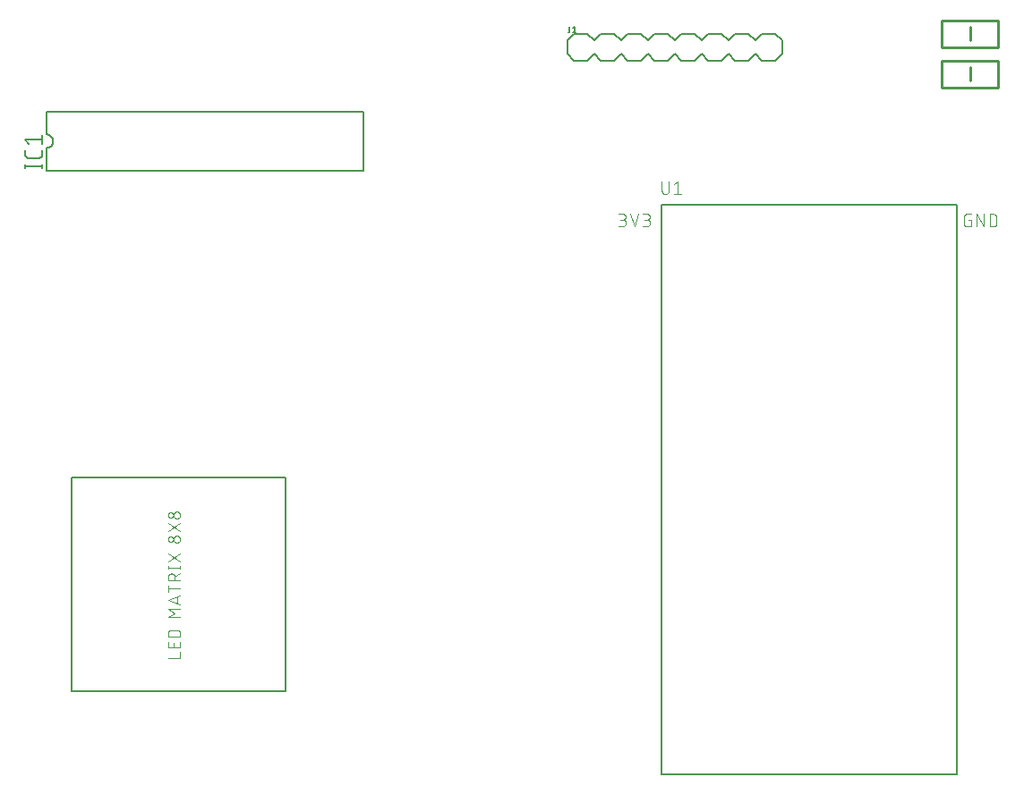
<source format=gbr>
G04 EAGLE Gerber RS-274X export*
G75*
%MOMM*%
%FSLAX34Y34*%
%LPD*%
%INSilkscreen Top*%
%IPPOS*%
%AMOC8*
5,1,8,0,0,1.08239X$1,22.5*%
G01*
%ADD10C,0.152400*%
%ADD11C,0.177800*%
%ADD12C,0.203200*%
%ADD13C,0.127000*%
%ADD14C,0.101600*%
%ADD15C,0.254000*%


D10*
X78740Y603250D02*
X78740Y581660D01*
X78740Y603250D02*
X78898Y603252D01*
X79057Y603258D01*
X79215Y603268D01*
X79372Y603282D01*
X79530Y603299D01*
X79686Y603321D01*
X79843Y603346D01*
X79998Y603376D01*
X80153Y603409D01*
X80307Y603446D01*
X80460Y603487D01*
X80612Y603532D01*
X80762Y603581D01*
X80912Y603633D01*
X81060Y603689D01*
X81207Y603749D01*
X81352Y603812D01*
X81495Y603879D01*
X81637Y603949D01*
X81777Y604023D01*
X81915Y604101D01*
X82051Y604182D01*
X82185Y604266D01*
X82317Y604353D01*
X82447Y604444D01*
X82574Y604538D01*
X82699Y604635D01*
X82822Y604736D01*
X82942Y604839D01*
X83059Y604945D01*
X83174Y605054D01*
X83286Y605166D01*
X83395Y605281D01*
X83501Y605398D01*
X83604Y605518D01*
X83705Y605641D01*
X83802Y605766D01*
X83896Y605893D01*
X83987Y606023D01*
X84074Y606155D01*
X84158Y606289D01*
X84239Y606425D01*
X84317Y606563D01*
X84391Y606703D01*
X84461Y606845D01*
X84528Y606988D01*
X84591Y607133D01*
X84651Y607280D01*
X84707Y607428D01*
X84759Y607578D01*
X84808Y607728D01*
X84853Y607880D01*
X84894Y608033D01*
X84931Y608187D01*
X84964Y608342D01*
X84994Y608497D01*
X85019Y608654D01*
X85041Y608810D01*
X85058Y608968D01*
X85072Y609125D01*
X85082Y609283D01*
X85088Y609442D01*
X85090Y609600D01*
X85088Y609758D01*
X85082Y609917D01*
X85072Y610075D01*
X85058Y610232D01*
X85041Y610390D01*
X85019Y610546D01*
X84994Y610703D01*
X84964Y610858D01*
X84931Y611013D01*
X84894Y611167D01*
X84853Y611320D01*
X84808Y611472D01*
X84759Y611622D01*
X84707Y611772D01*
X84651Y611920D01*
X84591Y612067D01*
X84528Y612212D01*
X84461Y612355D01*
X84391Y612497D01*
X84317Y612637D01*
X84239Y612775D01*
X84158Y612911D01*
X84074Y613045D01*
X83987Y613177D01*
X83896Y613307D01*
X83802Y613434D01*
X83705Y613559D01*
X83604Y613682D01*
X83501Y613802D01*
X83395Y613919D01*
X83286Y614034D01*
X83174Y614146D01*
X83059Y614255D01*
X82942Y614361D01*
X82822Y614464D01*
X82699Y614565D01*
X82574Y614662D01*
X82447Y614756D01*
X82317Y614847D01*
X82185Y614934D01*
X82051Y615018D01*
X81915Y615099D01*
X81777Y615177D01*
X81637Y615251D01*
X81495Y615321D01*
X81352Y615388D01*
X81207Y615451D01*
X81060Y615511D01*
X80912Y615567D01*
X80762Y615619D01*
X80612Y615668D01*
X80460Y615713D01*
X80307Y615754D01*
X80153Y615791D01*
X79998Y615824D01*
X79843Y615854D01*
X79686Y615879D01*
X79530Y615901D01*
X79372Y615918D01*
X79215Y615932D01*
X79057Y615942D01*
X78898Y615948D01*
X78740Y615950D01*
X378460Y637540D02*
X378460Y581660D01*
X78740Y581660D01*
X78740Y637540D02*
X378460Y637540D01*
X78740Y637540D02*
X78740Y615950D01*
D11*
X74803Y585597D02*
X58801Y585597D01*
X74803Y583819D02*
X74803Y587375D01*
X58801Y587375D02*
X58801Y583819D01*
X74803Y597169D02*
X74803Y600725D01*
X74803Y597169D02*
X74801Y597053D01*
X74795Y596936D01*
X74786Y596820D01*
X74773Y596705D01*
X74756Y596590D01*
X74735Y596475D01*
X74710Y596362D01*
X74682Y596249D01*
X74650Y596137D01*
X74614Y596026D01*
X74575Y595916D01*
X74532Y595808D01*
X74486Y595701D01*
X74436Y595596D01*
X74383Y595493D01*
X74327Y595391D01*
X74267Y595291D01*
X74204Y595193D01*
X74137Y595098D01*
X74068Y595004D01*
X73996Y594913D01*
X73921Y594824D01*
X73842Y594738D01*
X73761Y594655D01*
X73678Y594574D01*
X73592Y594495D01*
X73503Y594420D01*
X73412Y594348D01*
X73318Y594279D01*
X73223Y594212D01*
X73125Y594149D01*
X73025Y594089D01*
X72923Y594033D01*
X72820Y593980D01*
X72715Y593930D01*
X72608Y593884D01*
X72500Y593841D01*
X72390Y593802D01*
X72279Y593766D01*
X72167Y593734D01*
X72054Y593706D01*
X71941Y593681D01*
X71826Y593660D01*
X71711Y593643D01*
X71596Y593630D01*
X71480Y593621D01*
X71363Y593615D01*
X71247Y593613D01*
X62357Y593613D01*
X62241Y593615D01*
X62124Y593621D01*
X62008Y593630D01*
X61893Y593643D01*
X61778Y593660D01*
X61663Y593681D01*
X61550Y593706D01*
X61437Y593734D01*
X61325Y593766D01*
X61214Y593802D01*
X61104Y593841D01*
X60996Y593884D01*
X60889Y593930D01*
X60784Y593980D01*
X60681Y594033D01*
X60579Y594089D01*
X60479Y594149D01*
X60381Y594212D01*
X60286Y594279D01*
X60192Y594348D01*
X60101Y594420D01*
X60012Y594495D01*
X59926Y594574D01*
X59843Y594655D01*
X59762Y594738D01*
X59683Y594824D01*
X59608Y594913D01*
X59536Y595004D01*
X59467Y595098D01*
X59400Y595193D01*
X59337Y595291D01*
X59277Y595391D01*
X59221Y595493D01*
X59168Y595596D01*
X59118Y595701D01*
X59072Y595808D01*
X59029Y595916D01*
X58990Y596026D01*
X58954Y596137D01*
X58922Y596249D01*
X58894Y596362D01*
X58869Y596475D01*
X58848Y596590D01*
X58831Y596705D01*
X58818Y596820D01*
X58809Y596936D01*
X58803Y597053D01*
X58801Y597169D01*
X58801Y600725D01*
X62357Y606683D02*
X58801Y611128D01*
X74803Y611128D01*
X74803Y606683D02*
X74803Y615573D01*
D12*
X730250Y711200D02*
X742950Y711200D01*
X749300Y704850D01*
X749300Y692150D02*
X742950Y685800D01*
X704850Y711200D02*
X698500Y704850D01*
X704850Y711200D02*
X717550Y711200D01*
X723900Y704850D01*
X723900Y692150D02*
X717550Y685800D01*
X704850Y685800D01*
X698500Y692150D01*
X723900Y704850D02*
X730250Y711200D01*
X723900Y692150D02*
X730250Y685800D01*
X742950Y685800D01*
X666750Y711200D02*
X654050Y711200D01*
X666750Y711200D02*
X673100Y704850D01*
X673100Y692150D02*
X666750Y685800D01*
X673100Y704850D02*
X679450Y711200D01*
X692150Y711200D01*
X698500Y704850D01*
X698500Y692150D02*
X692150Y685800D01*
X679450Y685800D01*
X673100Y692150D01*
X628650Y711200D02*
X622300Y704850D01*
X628650Y711200D02*
X641350Y711200D01*
X647700Y704850D01*
X647700Y692150D02*
X641350Y685800D01*
X628650Y685800D01*
X622300Y692150D01*
X647700Y704850D02*
X654050Y711200D01*
X647700Y692150D02*
X654050Y685800D01*
X666750Y685800D01*
X590550Y711200D02*
X577850Y711200D01*
X590550Y711200D02*
X596900Y704850D01*
X596900Y692150D02*
X590550Y685800D01*
X596900Y704850D02*
X603250Y711200D01*
X615950Y711200D01*
X622300Y704850D01*
X622300Y692150D02*
X615950Y685800D01*
X603250Y685800D01*
X596900Y692150D01*
X571500Y692150D02*
X571500Y704850D01*
X577850Y711200D01*
X571500Y692150D02*
X577850Y685800D01*
X590550Y685800D01*
X755650Y711200D02*
X768350Y711200D01*
X774700Y704850D01*
X774700Y692150D01*
X768350Y685800D01*
X749300Y704850D02*
X755650Y711200D01*
X749300Y692150D02*
X755650Y685800D01*
X768350Y685800D01*
D13*
X573744Y714177D02*
X573744Y717931D01*
X573743Y714177D02*
X573741Y714112D01*
X573735Y714048D01*
X573725Y713984D01*
X573712Y713920D01*
X573694Y713858D01*
X573673Y713797D01*
X573649Y713737D01*
X573620Y713679D01*
X573588Y713622D01*
X573553Y713568D01*
X573515Y713516D01*
X573473Y713466D01*
X573429Y713419D01*
X573382Y713375D01*
X573332Y713333D01*
X573280Y713295D01*
X573226Y713260D01*
X573169Y713228D01*
X573111Y713199D01*
X573051Y713175D01*
X572990Y713154D01*
X572928Y713136D01*
X572864Y713123D01*
X572800Y713113D01*
X572736Y713107D01*
X572671Y713105D01*
X572135Y713105D01*
X576692Y716859D02*
X578032Y717931D01*
X578032Y713105D01*
X576692Y713105D02*
X579373Y713105D01*
X304800Y290900D02*
X304800Y88900D01*
X304800Y290900D02*
X102800Y290900D01*
X102800Y88900D01*
X304800Y88900D01*
D14*
X205292Y120408D02*
X193608Y120408D01*
X205292Y120408D02*
X205292Y125601D01*
X205292Y130314D02*
X205292Y135507D01*
X205292Y130314D02*
X193608Y130314D01*
X193608Y135507D01*
X198801Y134209D02*
X198801Y130314D01*
X193608Y140197D02*
X205292Y140197D01*
X193608Y140197D02*
X193608Y143443D01*
X193610Y143556D01*
X193616Y143669D01*
X193626Y143782D01*
X193640Y143895D01*
X193657Y144007D01*
X193679Y144118D01*
X193704Y144228D01*
X193734Y144338D01*
X193767Y144446D01*
X193804Y144553D01*
X193844Y144659D01*
X193889Y144763D01*
X193937Y144866D01*
X193988Y144967D01*
X194043Y145066D01*
X194101Y145163D01*
X194163Y145258D01*
X194228Y145351D01*
X194296Y145441D01*
X194367Y145529D01*
X194442Y145615D01*
X194519Y145698D01*
X194599Y145778D01*
X194682Y145855D01*
X194768Y145930D01*
X194856Y146001D01*
X194946Y146069D01*
X195039Y146134D01*
X195134Y146196D01*
X195231Y146254D01*
X195330Y146309D01*
X195431Y146360D01*
X195534Y146408D01*
X195638Y146453D01*
X195744Y146493D01*
X195851Y146530D01*
X195959Y146563D01*
X196069Y146593D01*
X196179Y146618D01*
X196290Y146640D01*
X196402Y146657D01*
X196515Y146671D01*
X196628Y146681D01*
X196741Y146687D01*
X196854Y146689D01*
X202046Y146689D01*
X202159Y146687D01*
X202272Y146681D01*
X202385Y146671D01*
X202498Y146657D01*
X202610Y146640D01*
X202721Y146618D01*
X202831Y146593D01*
X202941Y146563D01*
X203049Y146530D01*
X203156Y146493D01*
X203262Y146453D01*
X203366Y146408D01*
X203469Y146360D01*
X203570Y146309D01*
X203669Y146254D01*
X203766Y146196D01*
X203861Y146134D01*
X203954Y146069D01*
X204044Y146001D01*
X204132Y145930D01*
X204218Y145855D01*
X204301Y145778D01*
X204381Y145698D01*
X204458Y145615D01*
X204533Y145529D01*
X204604Y145441D01*
X204672Y145351D01*
X204737Y145258D01*
X204799Y145163D01*
X204857Y145066D01*
X204912Y144967D01*
X204963Y144866D01*
X205011Y144763D01*
X205056Y144659D01*
X205096Y144553D01*
X205133Y144446D01*
X205166Y144338D01*
X205196Y144228D01*
X205221Y144118D01*
X205243Y144007D01*
X205260Y143895D01*
X205274Y143782D01*
X205284Y143669D01*
X205290Y143556D01*
X205292Y143443D01*
X205292Y140197D01*
X205292Y158598D02*
X193608Y158598D01*
X200099Y162493D01*
X193608Y166388D01*
X205292Y166388D01*
X205292Y171171D02*
X193608Y175066D01*
X205292Y178961D01*
X202371Y177987D02*
X202371Y172145D01*
X205292Y185734D02*
X193608Y185734D01*
X193608Y188979D02*
X193608Y182488D01*
X193608Y193611D02*
X205292Y193611D01*
X193608Y193611D02*
X193608Y196857D01*
X193610Y196970D01*
X193616Y197083D01*
X193626Y197196D01*
X193640Y197309D01*
X193657Y197421D01*
X193679Y197532D01*
X193704Y197642D01*
X193734Y197752D01*
X193767Y197860D01*
X193804Y197967D01*
X193844Y198073D01*
X193889Y198177D01*
X193937Y198280D01*
X193988Y198381D01*
X194043Y198480D01*
X194101Y198577D01*
X194163Y198672D01*
X194228Y198765D01*
X194296Y198855D01*
X194367Y198943D01*
X194442Y199029D01*
X194519Y199112D01*
X194599Y199192D01*
X194682Y199269D01*
X194768Y199344D01*
X194856Y199415D01*
X194946Y199483D01*
X195039Y199548D01*
X195134Y199610D01*
X195231Y199668D01*
X195330Y199723D01*
X195431Y199774D01*
X195534Y199822D01*
X195638Y199867D01*
X195744Y199907D01*
X195851Y199944D01*
X195959Y199977D01*
X196069Y200007D01*
X196179Y200032D01*
X196290Y200054D01*
X196402Y200071D01*
X196515Y200085D01*
X196628Y200095D01*
X196741Y200101D01*
X196854Y200103D01*
X196967Y200101D01*
X197080Y200095D01*
X197193Y200085D01*
X197306Y200071D01*
X197418Y200054D01*
X197529Y200032D01*
X197639Y200007D01*
X197749Y199977D01*
X197857Y199944D01*
X197964Y199907D01*
X198070Y199867D01*
X198174Y199822D01*
X198277Y199774D01*
X198378Y199723D01*
X198477Y199668D01*
X198574Y199610D01*
X198669Y199548D01*
X198762Y199483D01*
X198852Y199415D01*
X198940Y199344D01*
X199026Y199269D01*
X199109Y199192D01*
X199189Y199112D01*
X199266Y199029D01*
X199341Y198943D01*
X199412Y198855D01*
X199480Y198765D01*
X199545Y198672D01*
X199607Y198577D01*
X199665Y198480D01*
X199720Y198381D01*
X199771Y198280D01*
X199819Y198177D01*
X199864Y198073D01*
X199904Y197967D01*
X199941Y197860D01*
X199974Y197752D01*
X200004Y197642D01*
X200029Y197532D01*
X200051Y197421D01*
X200068Y197309D01*
X200082Y197196D01*
X200092Y197083D01*
X200098Y196970D01*
X200100Y196857D01*
X200099Y196857D02*
X200099Y193611D01*
X200099Y197506D02*
X205292Y200102D01*
X205292Y205927D02*
X193608Y205927D01*
X205292Y204629D02*
X205292Y207225D01*
X193608Y207225D02*
X193608Y204629D01*
X205292Y211176D02*
X193608Y218966D01*
X193608Y211176D02*
X205292Y218966D01*
X202046Y229351D02*
X201933Y229353D01*
X201820Y229359D01*
X201707Y229369D01*
X201594Y229383D01*
X201482Y229400D01*
X201371Y229422D01*
X201261Y229447D01*
X201151Y229477D01*
X201043Y229510D01*
X200936Y229547D01*
X200830Y229587D01*
X200726Y229632D01*
X200623Y229680D01*
X200522Y229731D01*
X200423Y229786D01*
X200326Y229844D01*
X200231Y229906D01*
X200138Y229971D01*
X200048Y230039D01*
X199960Y230110D01*
X199874Y230185D01*
X199791Y230262D01*
X199711Y230342D01*
X199634Y230425D01*
X199559Y230511D01*
X199488Y230599D01*
X199420Y230689D01*
X199355Y230782D01*
X199293Y230877D01*
X199235Y230974D01*
X199180Y231073D01*
X199129Y231174D01*
X199081Y231277D01*
X199036Y231381D01*
X198996Y231487D01*
X198959Y231594D01*
X198926Y231702D01*
X198896Y231812D01*
X198871Y231922D01*
X198849Y232033D01*
X198832Y232145D01*
X198818Y232258D01*
X198808Y232371D01*
X198802Y232484D01*
X198800Y232597D01*
X198802Y232710D01*
X198808Y232823D01*
X198818Y232936D01*
X198832Y233049D01*
X198849Y233161D01*
X198871Y233272D01*
X198896Y233382D01*
X198926Y233492D01*
X198959Y233600D01*
X198996Y233707D01*
X199036Y233813D01*
X199081Y233917D01*
X199129Y234020D01*
X199180Y234121D01*
X199235Y234220D01*
X199293Y234317D01*
X199355Y234412D01*
X199420Y234505D01*
X199488Y234595D01*
X199559Y234683D01*
X199634Y234769D01*
X199711Y234852D01*
X199791Y234932D01*
X199874Y235009D01*
X199960Y235084D01*
X200048Y235155D01*
X200138Y235223D01*
X200231Y235288D01*
X200326Y235350D01*
X200423Y235408D01*
X200522Y235463D01*
X200623Y235514D01*
X200726Y235562D01*
X200830Y235607D01*
X200936Y235647D01*
X201043Y235684D01*
X201151Y235717D01*
X201261Y235747D01*
X201371Y235772D01*
X201482Y235794D01*
X201594Y235811D01*
X201707Y235825D01*
X201820Y235835D01*
X201933Y235841D01*
X202046Y235843D01*
X202159Y235841D01*
X202272Y235835D01*
X202385Y235825D01*
X202498Y235811D01*
X202610Y235794D01*
X202721Y235772D01*
X202831Y235747D01*
X202941Y235717D01*
X203049Y235684D01*
X203156Y235647D01*
X203262Y235607D01*
X203366Y235562D01*
X203469Y235514D01*
X203570Y235463D01*
X203669Y235408D01*
X203766Y235350D01*
X203861Y235288D01*
X203954Y235223D01*
X204044Y235155D01*
X204132Y235084D01*
X204218Y235009D01*
X204301Y234932D01*
X204381Y234852D01*
X204458Y234769D01*
X204533Y234683D01*
X204604Y234595D01*
X204672Y234505D01*
X204737Y234412D01*
X204799Y234317D01*
X204857Y234220D01*
X204912Y234121D01*
X204963Y234020D01*
X205011Y233917D01*
X205056Y233813D01*
X205096Y233707D01*
X205133Y233600D01*
X205166Y233492D01*
X205196Y233382D01*
X205221Y233272D01*
X205243Y233161D01*
X205260Y233049D01*
X205274Y232936D01*
X205284Y232823D01*
X205290Y232710D01*
X205292Y232597D01*
X205290Y232484D01*
X205284Y232371D01*
X205274Y232258D01*
X205260Y232145D01*
X205243Y232033D01*
X205221Y231922D01*
X205196Y231812D01*
X205166Y231702D01*
X205133Y231594D01*
X205096Y231487D01*
X205056Y231381D01*
X205011Y231277D01*
X204963Y231174D01*
X204912Y231073D01*
X204857Y230974D01*
X204799Y230877D01*
X204737Y230782D01*
X204672Y230689D01*
X204604Y230599D01*
X204533Y230511D01*
X204458Y230425D01*
X204381Y230342D01*
X204301Y230262D01*
X204218Y230185D01*
X204132Y230110D01*
X204044Y230039D01*
X203954Y229971D01*
X203861Y229906D01*
X203766Y229844D01*
X203669Y229786D01*
X203570Y229731D01*
X203469Y229680D01*
X203366Y229632D01*
X203262Y229587D01*
X203156Y229547D01*
X203049Y229510D01*
X202941Y229477D01*
X202831Y229447D01*
X202721Y229422D01*
X202610Y229400D01*
X202498Y229383D01*
X202385Y229369D01*
X202272Y229359D01*
X202159Y229353D01*
X202046Y229351D01*
X196204Y230001D02*
X196103Y230003D01*
X196003Y230009D01*
X195903Y230019D01*
X195803Y230032D01*
X195704Y230050D01*
X195605Y230071D01*
X195508Y230096D01*
X195411Y230125D01*
X195316Y230158D01*
X195222Y230194D01*
X195130Y230234D01*
X195039Y230277D01*
X194950Y230324D01*
X194863Y230374D01*
X194777Y230428D01*
X194694Y230485D01*
X194614Y230545D01*
X194535Y230608D01*
X194459Y230675D01*
X194386Y230744D01*
X194316Y230816D01*
X194248Y230890D01*
X194183Y230967D01*
X194122Y231047D01*
X194063Y231129D01*
X194008Y231213D01*
X193956Y231299D01*
X193907Y231387D01*
X193862Y231477D01*
X193820Y231569D01*
X193782Y231662D01*
X193748Y231757D01*
X193717Y231852D01*
X193690Y231949D01*
X193667Y232047D01*
X193647Y232146D01*
X193632Y232246D01*
X193620Y232346D01*
X193612Y232446D01*
X193608Y232547D01*
X193608Y232647D01*
X193612Y232748D01*
X193620Y232848D01*
X193632Y232948D01*
X193647Y233048D01*
X193667Y233147D01*
X193690Y233245D01*
X193717Y233342D01*
X193748Y233437D01*
X193782Y233532D01*
X193820Y233625D01*
X193862Y233717D01*
X193907Y233807D01*
X193956Y233895D01*
X194008Y233981D01*
X194063Y234065D01*
X194122Y234147D01*
X194183Y234227D01*
X194248Y234304D01*
X194316Y234378D01*
X194386Y234450D01*
X194459Y234519D01*
X194535Y234586D01*
X194614Y234649D01*
X194694Y234709D01*
X194777Y234766D01*
X194863Y234820D01*
X194950Y234870D01*
X195039Y234917D01*
X195130Y234960D01*
X195222Y235000D01*
X195316Y235036D01*
X195411Y235069D01*
X195508Y235098D01*
X195605Y235123D01*
X195704Y235144D01*
X195803Y235162D01*
X195903Y235175D01*
X196003Y235185D01*
X196103Y235191D01*
X196204Y235193D01*
X196305Y235191D01*
X196405Y235185D01*
X196505Y235175D01*
X196605Y235162D01*
X196704Y235144D01*
X196803Y235123D01*
X196900Y235098D01*
X196997Y235069D01*
X197092Y235036D01*
X197186Y235000D01*
X197278Y234960D01*
X197369Y234917D01*
X197458Y234870D01*
X197545Y234820D01*
X197631Y234766D01*
X197714Y234709D01*
X197794Y234649D01*
X197873Y234586D01*
X197949Y234519D01*
X198022Y234450D01*
X198092Y234378D01*
X198160Y234304D01*
X198225Y234227D01*
X198286Y234147D01*
X198345Y234065D01*
X198400Y233981D01*
X198452Y233895D01*
X198501Y233807D01*
X198546Y233717D01*
X198588Y233625D01*
X198626Y233532D01*
X198660Y233437D01*
X198691Y233342D01*
X198718Y233245D01*
X198741Y233147D01*
X198761Y233048D01*
X198776Y232948D01*
X198788Y232848D01*
X198796Y232748D01*
X198800Y232647D01*
X198800Y232547D01*
X198796Y232446D01*
X198788Y232346D01*
X198776Y232246D01*
X198761Y232146D01*
X198741Y232047D01*
X198718Y231949D01*
X198691Y231852D01*
X198660Y231757D01*
X198626Y231662D01*
X198588Y231569D01*
X198546Y231477D01*
X198501Y231387D01*
X198452Y231299D01*
X198400Y231213D01*
X198345Y231129D01*
X198286Y231047D01*
X198225Y230967D01*
X198160Y230890D01*
X198092Y230816D01*
X198022Y230744D01*
X197949Y230675D01*
X197873Y230608D01*
X197794Y230545D01*
X197714Y230485D01*
X197631Y230428D01*
X197545Y230374D01*
X197458Y230324D01*
X197369Y230277D01*
X197278Y230234D01*
X197186Y230194D01*
X197092Y230158D01*
X196997Y230125D01*
X196900Y230096D01*
X196803Y230071D01*
X196704Y230050D01*
X196605Y230032D01*
X196505Y230019D01*
X196405Y230009D01*
X196305Y230003D01*
X196204Y230001D01*
X205292Y240132D02*
X193608Y247922D01*
X193608Y240132D02*
X205292Y247922D01*
X202046Y252211D02*
X201933Y252213D01*
X201820Y252219D01*
X201707Y252229D01*
X201594Y252243D01*
X201482Y252260D01*
X201371Y252282D01*
X201261Y252307D01*
X201151Y252337D01*
X201043Y252370D01*
X200936Y252407D01*
X200830Y252447D01*
X200726Y252492D01*
X200623Y252540D01*
X200522Y252591D01*
X200423Y252646D01*
X200326Y252704D01*
X200231Y252766D01*
X200138Y252831D01*
X200048Y252899D01*
X199960Y252970D01*
X199874Y253045D01*
X199791Y253122D01*
X199711Y253202D01*
X199634Y253285D01*
X199559Y253371D01*
X199488Y253459D01*
X199420Y253549D01*
X199355Y253642D01*
X199293Y253737D01*
X199235Y253834D01*
X199180Y253933D01*
X199129Y254034D01*
X199081Y254137D01*
X199036Y254241D01*
X198996Y254347D01*
X198959Y254454D01*
X198926Y254562D01*
X198896Y254672D01*
X198871Y254782D01*
X198849Y254893D01*
X198832Y255005D01*
X198818Y255118D01*
X198808Y255231D01*
X198802Y255344D01*
X198800Y255457D01*
X198802Y255570D01*
X198808Y255683D01*
X198818Y255796D01*
X198832Y255909D01*
X198849Y256021D01*
X198871Y256132D01*
X198896Y256242D01*
X198926Y256352D01*
X198959Y256460D01*
X198996Y256567D01*
X199036Y256673D01*
X199081Y256777D01*
X199129Y256880D01*
X199180Y256981D01*
X199235Y257080D01*
X199293Y257177D01*
X199355Y257272D01*
X199420Y257365D01*
X199488Y257455D01*
X199559Y257543D01*
X199634Y257629D01*
X199711Y257712D01*
X199791Y257792D01*
X199874Y257869D01*
X199960Y257944D01*
X200048Y258015D01*
X200138Y258083D01*
X200231Y258148D01*
X200326Y258210D01*
X200423Y258268D01*
X200522Y258323D01*
X200623Y258374D01*
X200726Y258422D01*
X200830Y258467D01*
X200936Y258507D01*
X201043Y258544D01*
X201151Y258577D01*
X201261Y258607D01*
X201371Y258632D01*
X201482Y258654D01*
X201594Y258671D01*
X201707Y258685D01*
X201820Y258695D01*
X201933Y258701D01*
X202046Y258703D01*
X202159Y258701D01*
X202272Y258695D01*
X202385Y258685D01*
X202498Y258671D01*
X202610Y258654D01*
X202721Y258632D01*
X202831Y258607D01*
X202941Y258577D01*
X203049Y258544D01*
X203156Y258507D01*
X203262Y258467D01*
X203366Y258422D01*
X203469Y258374D01*
X203570Y258323D01*
X203669Y258268D01*
X203766Y258210D01*
X203861Y258148D01*
X203954Y258083D01*
X204044Y258015D01*
X204132Y257944D01*
X204218Y257869D01*
X204301Y257792D01*
X204381Y257712D01*
X204458Y257629D01*
X204533Y257543D01*
X204604Y257455D01*
X204672Y257365D01*
X204737Y257272D01*
X204799Y257177D01*
X204857Y257080D01*
X204912Y256981D01*
X204963Y256880D01*
X205011Y256777D01*
X205056Y256673D01*
X205096Y256567D01*
X205133Y256460D01*
X205166Y256352D01*
X205196Y256242D01*
X205221Y256132D01*
X205243Y256021D01*
X205260Y255909D01*
X205274Y255796D01*
X205284Y255683D01*
X205290Y255570D01*
X205292Y255457D01*
X205290Y255344D01*
X205284Y255231D01*
X205274Y255118D01*
X205260Y255005D01*
X205243Y254893D01*
X205221Y254782D01*
X205196Y254672D01*
X205166Y254562D01*
X205133Y254454D01*
X205096Y254347D01*
X205056Y254241D01*
X205011Y254137D01*
X204963Y254034D01*
X204912Y253933D01*
X204857Y253834D01*
X204799Y253737D01*
X204737Y253642D01*
X204672Y253549D01*
X204604Y253459D01*
X204533Y253371D01*
X204458Y253285D01*
X204381Y253202D01*
X204301Y253122D01*
X204218Y253045D01*
X204132Y252970D01*
X204044Y252899D01*
X203954Y252831D01*
X203861Y252766D01*
X203766Y252704D01*
X203669Y252646D01*
X203570Y252591D01*
X203469Y252540D01*
X203366Y252492D01*
X203262Y252447D01*
X203156Y252407D01*
X203049Y252370D01*
X202941Y252337D01*
X202831Y252307D01*
X202721Y252282D01*
X202610Y252260D01*
X202498Y252243D01*
X202385Y252229D01*
X202272Y252219D01*
X202159Y252213D01*
X202046Y252211D01*
X196204Y252861D02*
X196103Y252863D01*
X196003Y252869D01*
X195903Y252879D01*
X195803Y252892D01*
X195704Y252910D01*
X195605Y252931D01*
X195508Y252956D01*
X195411Y252985D01*
X195316Y253018D01*
X195222Y253054D01*
X195130Y253094D01*
X195039Y253137D01*
X194950Y253184D01*
X194863Y253234D01*
X194777Y253288D01*
X194694Y253345D01*
X194614Y253405D01*
X194535Y253468D01*
X194459Y253535D01*
X194386Y253604D01*
X194316Y253676D01*
X194248Y253750D01*
X194183Y253827D01*
X194122Y253907D01*
X194063Y253989D01*
X194008Y254073D01*
X193956Y254159D01*
X193907Y254247D01*
X193862Y254337D01*
X193820Y254429D01*
X193782Y254522D01*
X193748Y254617D01*
X193717Y254712D01*
X193690Y254809D01*
X193667Y254907D01*
X193647Y255006D01*
X193632Y255106D01*
X193620Y255206D01*
X193612Y255306D01*
X193608Y255407D01*
X193608Y255507D01*
X193612Y255608D01*
X193620Y255708D01*
X193632Y255808D01*
X193647Y255908D01*
X193667Y256007D01*
X193690Y256105D01*
X193717Y256202D01*
X193748Y256297D01*
X193782Y256392D01*
X193820Y256485D01*
X193862Y256577D01*
X193907Y256667D01*
X193956Y256755D01*
X194008Y256841D01*
X194063Y256925D01*
X194122Y257007D01*
X194183Y257087D01*
X194248Y257164D01*
X194316Y257238D01*
X194386Y257310D01*
X194459Y257379D01*
X194535Y257446D01*
X194614Y257509D01*
X194694Y257569D01*
X194777Y257626D01*
X194863Y257680D01*
X194950Y257730D01*
X195039Y257777D01*
X195130Y257820D01*
X195222Y257860D01*
X195316Y257896D01*
X195411Y257929D01*
X195508Y257958D01*
X195605Y257983D01*
X195704Y258004D01*
X195803Y258022D01*
X195903Y258035D01*
X196003Y258045D01*
X196103Y258051D01*
X196204Y258053D01*
X196305Y258051D01*
X196405Y258045D01*
X196505Y258035D01*
X196605Y258022D01*
X196704Y258004D01*
X196803Y257983D01*
X196900Y257958D01*
X196997Y257929D01*
X197092Y257896D01*
X197186Y257860D01*
X197278Y257820D01*
X197369Y257777D01*
X197458Y257730D01*
X197545Y257680D01*
X197631Y257626D01*
X197714Y257569D01*
X197794Y257509D01*
X197873Y257446D01*
X197949Y257379D01*
X198022Y257310D01*
X198092Y257238D01*
X198160Y257164D01*
X198225Y257087D01*
X198286Y257007D01*
X198345Y256925D01*
X198400Y256841D01*
X198452Y256755D01*
X198501Y256667D01*
X198546Y256577D01*
X198588Y256485D01*
X198626Y256392D01*
X198660Y256297D01*
X198691Y256202D01*
X198718Y256105D01*
X198741Y256007D01*
X198761Y255908D01*
X198776Y255808D01*
X198788Y255708D01*
X198796Y255608D01*
X198800Y255507D01*
X198800Y255407D01*
X198796Y255306D01*
X198788Y255206D01*
X198776Y255106D01*
X198761Y255006D01*
X198741Y254907D01*
X198718Y254809D01*
X198691Y254712D01*
X198660Y254617D01*
X198626Y254522D01*
X198588Y254429D01*
X198546Y254337D01*
X198501Y254247D01*
X198452Y254159D01*
X198400Y254073D01*
X198345Y253989D01*
X198286Y253907D01*
X198225Y253827D01*
X198160Y253750D01*
X198092Y253676D01*
X198022Y253604D01*
X197949Y253535D01*
X197873Y253468D01*
X197794Y253405D01*
X197714Y253345D01*
X197631Y253288D01*
X197545Y253234D01*
X197458Y253184D01*
X197369Y253137D01*
X197278Y253094D01*
X197186Y253054D01*
X197092Y253018D01*
X196997Y252985D01*
X196900Y252956D01*
X196803Y252931D01*
X196704Y252910D01*
X196605Y252892D01*
X196505Y252879D01*
X196405Y252869D01*
X196305Y252863D01*
X196204Y252861D01*
D13*
X660600Y9900D02*
X660600Y548900D01*
X939600Y548900D01*
X939600Y9900D01*
X660600Y9900D01*
D14*
X623514Y528828D02*
X620268Y528828D01*
X623514Y528828D02*
X623627Y528830D01*
X623740Y528836D01*
X623853Y528846D01*
X623966Y528860D01*
X624078Y528877D01*
X624189Y528899D01*
X624299Y528924D01*
X624409Y528954D01*
X624517Y528987D01*
X624624Y529024D01*
X624730Y529064D01*
X624834Y529109D01*
X624937Y529157D01*
X625038Y529208D01*
X625137Y529263D01*
X625234Y529321D01*
X625329Y529383D01*
X625422Y529448D01*
X625512Y529516D01*
X625600Y529587D01*
X625686Y529662D01*
X625769Y529739D01*
X625849Y529819D01*
X625926Y529902D01*
X626001Y529988D01*
X626072Y530076D01*
X626140Y530166D01*
X626205Y530259D01*
X626267Y530354D01*
X626325Y530451D01*
X626380Y530550D01*
X626431Y530651D01*
X626479Y530754D01*
X626524Y530858D01*
X626564Y530964D01*
X626601Y531071D01*
X626634Y531179D01*
X626664Y531289D01*
X626689Y531399D01*
X626711Y531510D01*
X626728Y531622D01*
X626742Y531735D01*
X626752Y531848D01*
X626758Y531961D01*
X626760Y532074D01*
X626758Y532187D01*
X626752Y532300D01*
X626742Y532413D01*
X626728Y532526D01*
X626711Y532638D01*
X626689Y532749D01*
X626664Y532859D01*
X626634Y532969D01*
X626601Y533077D01*
X626564Y533184D01*
X626524Y533290D01*
X626479Y533394D01*
X626431Y533497D01*
X626380Y533598D01*
X626325Y533697D01*
X626267Y533794D01*
X626205Y533889D01*
X626140Y533982D01*
X626072Y534072D01*
X626001Y534160D01*
X625926Y534246D01*
X625849Y534329D01*
X625769Y534409D01*
X625686Y534486D01*
X625600Y534561D01*
X625512Y534632D01*
X625422Y534700D01*
X625329Y534765D01*
X625234Y534827D01*
X625137Y534885D01*
X625038Y534940D01*
X624937Y534991D01*
X624834Y535039D01*
X624730Y535084D01*
X624624Y535124D01*
X624517Y535161D01*
X624409Y535194D01*
X624299Y535224D01*
X624189Y535249D01*
X624078Y535271D01*
X623966Y535288D01*
X623853Y535302D01*
X623740Y535312D01*
X623627Y535318D01*
X623514Y535320D01*
X624163Y540512D02*
X620268Y540512D01*
X624163Y540512D02*
X624264Y540510D01*
X624364Y540504D01*
X624464Y540494D01*
X624564Y540481D01*
X624663Y540463D01*
X624762Y540442D01*
X624859Y540417D01*
X624956Y540388D01*
X625051Y540355D01*
X625145Y540319D01*
X625237Y540279D01*
X625328Y540236D01*
X625417Y540189D01*
X625504Y540139D01*
X625590Y540085D01*
X625673Y540028D01*
X625753Y539968D01*
X625832Y539905D01*
X625908Y539838D01*
X625981Y539769D01*
X626051Y539697D01*
X626119Y539623D01*
X626184Y539546D01*
X626245Y539466D01*
X626304Y539384D01*
X626359Y539300D01*
X626411Y539214D01*
X626460Y539126D01*
X626505Y539036D01*
X626547Y538944D01*
X626585Y538851D01*
X626619Y538756D01*
X626650Y538661D01*
X626677Y538564D01*
X626700Y538466D01*
X626720Y538367D01*
X626735Y538267D01*
X626747Y538167D01*
X626755Y538067D01*
X626759Y537966D01*
X626759Y537866D01*
X626755Y537765D01*
X626747Y537665D01*
X626735Y537565D01*
X626720Y537465D01*
X626700Y537366D01*
X626677Y537268D01*
X626650Y537171D01*
X626619Y537076D01*
X626585Y536981D01*
X626547Y536888D01*
X626505Y536796D01*
X626460Y536706D01*
X626411Y536618D01*
X626359Y536532D01*
X626304Y536448D01*
X626245Y536366D01*
X626184Y536286D01*
X626119Y536209D01*
X626051Y536135D01*
X625981Y536063D01*
X625908Y535994D01*
X625832Y535927D01*
X625753Y535864D01*
X625673Y535804D01*
X625590Y535747D01*
X625504Y535693D01*
X625417Y535643D01*
X625328Y535596D01*
X625237Y535553D01*
X625145Y535513D01*
X625051Y535477D01*
X624956Y535444D01*
X624859Y535415D01*
X624762Y535390D01*
X624663Y535369D01*
X624564Y535351D01*
X624464Y535338D01*
X624364Y535328D01*
X624264Y535322D01*
X624163Y535320D01*
X624163Y535319D02*
X621566Y535319D01*
X631049Y540512D02*
X634944Y528828D01*
X638838Y540512D01*
X643128Y528828D02*
X646374Y528828D01*
X646487Y528830D01*
X646600Y528836D01*
X646713Y528846D01*
X646826Y528860D01*
X646938Y528877D01*
X647049Y528899D01*
X647159Y528924D01*
X647269Y528954D01*
X647377Y528987D01*
X647484Y529024D01*
X647590Y529064D01*
X647694Y529109D01*
X647797Y529157D01*
X647898Y529208D01*
X647997Y529263D01*
X648094Y529321D01*
X648189Y529383D01*
X648282Y529448D01*
X648372Y529516D01*
X648460Y529587D01*
X648546Y529662D01*
X648629Y529739D01*
X648709Y529819D01*
X648786Y529902D01*
X648861Y529988D01*
X648932Y530076D01*
X649000Y530166D01*
X649065Y530259D01*
X649127Y530354D01*
X649185Y530451D01*
X649240Y530550D01*
X649291Y530651D01*
X649339Y530754D01*
X649384Y530858D01*
X649424Y530964D01*
X649461Y531071D01*
X649494Y531179D01*
X649524Y531289D01*
X649549Y531399D01*
X649571Y531510D01*
X649588Y531622D01*
X649602Y531735D01*
X649612Y531848D01*
X649618Y531961D01*
X649620Y532074D01*
X649618Y532187D01*
X649612Y532300D01*
X649602Y532413D01*
X649588Y532526D01*
X649571Y532638D01*
X649549Y532749D01*
X649524Y532859D01*
X649494Y532969D01*
X649461Y533077D01*
X649424Y533184D01*
X649384Y533290D01*
X649339Y533394D01*
X649291Y533497D01*
X649240Y533598D01*
X649185Y533697D01*
X649127Y533794D01*
X649065Y533889D01*
X649000Y533982D01*
X648932Y534072D01*
X648861Y534160D01*
X648786Y534246D01*
X648709Y534329D01*
X648629Y534409D01*
X648546Y534486D01*
X648460Y534561D01*
X648372Y534632D01*
X648282Y534700D01*
X648189Y534765D01*
X648094Y534827D01*
X647997Y534885D01*
X647898Y534940D01*
X647797Y534991D01*
X647694Y535039D01*
X647590Y535084D01*
X647484Y535124D01*
X647377Y535161D01*
X647269Y535194D01*
X647159Y535224D01*
X647049Y535249D01*
X646938Y535271D01*
X646826Y535288D01*
X646713Y535302D01*
X646600Y535312D01*
X646487Y535318D01*
X646374Y535320D01*
X647023Y540512D02*
X643128Y540512D01*
X647023Y540512D02*
X647124Y540510D01*
X647224Y540504D01*
X647324Y540494D01*
X647424Y540481D01*
X647523Y540463D01*
X647622Y540442D01*
X647719Y540417D01*
X647816Y540388D01*
X647911Y540355D01*
X648005Y540319D01*
X648097Y540279D01*
X648188Y540236D01*
X648277Y540189D01*
X648364Y540139D01*
X648450Y540085D01*
X648533Y540028D01*
X648613Y539968D01*
X648692Y539905D01*
X648768Y539838D01*
X648841Y539769D01*
X648911Y539697D01*
X648979Y539623D01*
X649044Y539546D01*
X649105Y539466D01*
X649164Y539384D01*
X649219Y539300D01*
X649271Y539214D01*
X649320Y539126D01*
X649365Y539036D01*
X649407Y538944D01*
X649445Y538851D01*
X649479Y538756D01*
X649510Y538661D01*
X649537Y538564D01*
X649560Y538466D01*
X649580Y538367D01*
X649595Y538267D01*
X649607Y538167D01*
X649615Y538067D01*
X649619Y537966D01*
X649619Y537866D01*
X649615Y537765D01*
X649607Y537665D01*
X649595Y537565D01*
X649580Y537465D01*
X649560Y537366D01*
X649537Y537268D01*
X649510Y537171D01*
X649479Y537076D01*
X649445Y536981D01*
X649407Y536888D01*
X649365Y536796D01*
X649320Y536706D01*
X649271Y536618D01*
X649219Y536532D01*
X649164Y536448D01*
X649105Y536366D01*
X649044Y536286D01*
X648979Y536209D01*
X648911Y536135D01*
X648841Y536063D01*
X648768Y535994D01*
X648692Y535927D01*
X648613Y535864D01*
X648533Y535804D01*
X648450Y535747D01*
X648364Y535693D01*
X648277Y535643D01*
X648188Y535596D01*
X648097Y535553D01*
X648005Y535513D01*
X647911Y535477D01*
X647816Y535444D01*
X647719Y535415D01*
X647622Y535390D01*
X647523Y535369D01*
X647424Y535351D01*
X647324Y535338D01*
X647224Y535328D01*
X647124Y535322D01*
X647023Y535320D01*
X647023Y535319D02*
X644426Y535319D01*
X951202Y535319D02*
X953149Y535319D01*
X953149Y528828D01*
X949254Y528828D01*
X949155Y528830D01*
X949055Y528836D01*
X948956Y528845D01*
X948858Y528858D01*
X948760Y528875D01*
X948662Y528896D01*
X948566Y528921D01*
X948471Y528949D01*
X948377Y528981D01*
X948284Y529016D01*
X948192Y529055D01*
X948102Y529098D01*
X948014Y529143D01*
X947927Y529193D01*
X947843Y529245D01*
X947760Y529301D01*
X947680Y529359D01*
X947602Y529421D01*
X947527Y529486D01*
X947454Y529554D01*
X947384Y529624D01*
X947316Y529697D01*
X947251Y529772D01*
X947189Y529850D01*
X947131Y529930D01*
X947075Y530013D01*
X947023Y530097D01*
X946973Y530184D01*
X946928Y530272D01*
X946885Y530362D01*
X946846Y530454D01*
X946811Y530547D01*
X946779Y530641D01*
X946751Y530736D01*
X946726Y530832D01*
X946705Y530930D01*
X946688Y531028D01*
X946675Y531126D01*
X946666Y531225D01*
X946660Y531325D01*
X946658Y531424D01*
X946658Y537916D01*
X946660Y538015D01*
X946666Y538115D01*
X946675Y538214D01*
X946688Y538312D01*
X946705Y538410D01*
X946726Y538508D01*
X946751Y538604D01*
X946779Y538699D01*
X946811Y538793D01*
X946846Y538886D01*
X946885Y538978D01*
X946928Y539068D01*
X946973Y539156D01*
X947023Y539243D01*
X947075Y539327D01*
X947131Y539410D01*
X947189Y539490D01*
X947251Y539568D01*
X947316Y539643D01*
X947384Y539716D01*
X947454Y539786D01*
X947527Y539854D01*
X947602Y539919D01*
X947680Y539981D01*
X947760Y540039D01*
X947843Y540095D01*
X947927Y540147D01*
X948014Y540197D01*
X948102Y540242D01*
X948192Y540285D01*
X948284Y540324D01*
X948376Y540359D01*
X948471Y540391D01*
X948566Y540419D01*
X948662Y540444D01*
X948760Y540465D01*
X948858Y540482D01*
X948956Y540495D01*
X949055Y540504D01*
X949155Y540510D01*
X949254Y540512D01*
X953149Y540512D01*
X958850Y540512D02*
X958850Y528828D01*
X965341Y528828D02*
X958850Y540512D01*
X965341Y540512D02*
X965341Y528828D01*
X971042Y528828D02*
X971042Y540512D01*
X974287Y540512D01*
X974400Y540510D01*
X974513Y540504D01*
X974626Y540494D01*
X974739Y540480D01*
X974851Y540463D01*
X974962Y540441D01*
X975072Y540416D01*
X975182Y540386D01*
X975290Y540353D01*
X975397Y540316D01*
X975503Y540276D01*
X975607Y540231D01*
X975710Y540183D01*
X975811Y540132D01*
X975910Y540077D01*
X976007Y540019D01*
X976102Y539957D01*
X976195Y539892D01*
X976285Y539824D01*
X976373Y539753D01*
X976459Y539678D01*
X976542Y539601D01*
X976622Y539521D01*
X976699Y539438D01*
X976774Y539352D01*
X976845Y539264D01*
X976913Y539174D01*
X976978Y539081D01*
X977040Y538986D01*
X977098Y538889D01*
X977153Y538790D01*
X977204Y538689D01*
X977252Y538586D01*
X977297Y538482D01*
X977337Y538376D01*
X977374Y538269D01*
X977407Y538161D01*
X977437Y538051D01*
X977462Y537941D01*
X977484Y537830D01*
X977501Y537718D01*
X977515Y537605D01*
X977525Y537492D01*
X977531Y537379D01*
X977533Y537266D01*
X977533Y532074D01*
X977534Y532074D02*
X977532Y531961D01*
X977526Y531848D01*
X977516Y531735D01*
X977502Y531622D01*
X977485Y531510D01*
X977463Y531399D01*
X977438Y531289D01*
X977408Y531179D01*
X977375Y531071D01*
X977338Y530964D01*
X977298Y530858D01*
X977253Y530754D01*
X977205Y530651D01*
X977154Y530550D01*
X977099Y530451D01*
X977041Y530354D01*
X976979Y530259D01*
X976914Y530166D01*
X976846Y530076D01*
X976775Y529988D01*
X976700Y529902D01*
X976623Y529819D01*
X976543Y529739D01*
X976460Y529662D01*
X976374Y529587D01*
X976286Y529516D01*
X976196Y529448D01*
X976103Y529383D01*
X976008Y529321D01*
X975911Y529263D01*
X975812Y529208D01*
X975711Y529157D01*
X975608Y529109D01*
X975504Y529064D01*
X975398Y529024D01*
X975291Y528987D01*
X975183Y528954D01*
X975073Y528924D01*
X974963Y528899D01*
X974852Y528877D01*
X974740Y528860D01*
X974627Y528846D01*
X974514Y528836D01*
X974401Y528830D01*
X974288Y528828D01*
X974287Y528828D02*
X971042Y528828D01*
X660908Y562554D02*
X660908Y570992D01*
X660908Y562554D02*
X660910Y562441D01*
X660916Y562328D01*
X660926Y562215D01*
X660940Y562102D01*
X660957Y561990D01*
X660979Y561879D01*
X661004Y561769D01*
X661034Y561659D01*
X661067Y561551D01*
X661104Y561444D01*
X661144Y561338D01*
X661189Y561234D01*
X661237Y561131D01*
X661288Y561030D01*
X661343Y560931D01*
X661401Y560834D01*
X661463Y560739D01*
X661528Y560646D01*
X661596Y560556D01*
X661667Y560468D01*
X661742Y560382D01*
X661819Y560299D01*
X661899Y560219D01*
X661982Y560142D01*
X662068Y560067D01*
X662156Y559996D01*
X662246Y559928D01*
X662339Y559863D01*
X662434Y559801D01*
X662531Y559743D01*
X662630Y559688D01*
X662731Y559637D01*
X662834Y559589D01*
X662938Y559544D01*
X663044Y559504D01*
X663151Y559467D01*
X663259Y559434D01*
X663369Y559404D01*
X663479Y559379D01*
X663590Y559357D01*
X663702Y559340D01*
X663815Y559326D01*
X663928Y559316D01*
X664041Y559310D01*
X664154Y559308D01*
X664267Y559310D01*
X664380Y559316D01*
X664493Y559326D01*
X664606Y559340D01*
X664718Y559357D01*
X664829Y559379D01*
X664939Y559404D01*
X665049Y559434D01*
X665157Y559467D01*
X665264Y559504D01*
X665370Y559544D01*
X665474Y559589D01*
X665577Y559637D01*
X665678Y559688D01*
X665777Y559743D01*
X665874Y559801D01*
X665969Y559863D01*
X666062Y559928D01*
X666152Y559996D01*
X666240Y560067D01*
X666326Y560142D01*
X666409Y560219D01*
X666489Y560299D01*
X666566Y560382D01*
X666641Y560468D01*
X666712Y560556D01*
X666780Y560646D01*
X666845Y560739D01*
X666907Y560834D01*
X666965Y560931D01*
X667020Y561030D01*
X667071Y561131D01*
X667119Y561234D01*
X667164Y561338D01*
X667204Y561444D01*
X667241Y561551D01*
X667274Y561659D01*
X667304Y561769D01*
X667329Y561879D01*
X667351Y561990D01*
X667368Y562102D01*
X667382Y562215D01*
X667392Y562328D01*
X667398Y562441D01*
X667400Y562554D01*
X667399Y562554D02*
X667399Y570992D01*
X672719Y568396D02*
X675965Y570992D01*
X675965Y559308D01*
X679210Y559308D02*
X672719Y559308D01*
D15*
X952500Y666750D02*
X952500Y679450D01*
X925830Y685800D02*
X979170Y685800D01*
X979170Y660400D01*
X925830Y660400D01*
X925830Y685800D01*
X952500Y704850D02*
X952500Y717550D01*
X925830Y723900D02*
X979170Y723900D01*
X979170Y698500D01*
X925830Y698500D01*
X925830Y723900D01*
M02*

</source>
